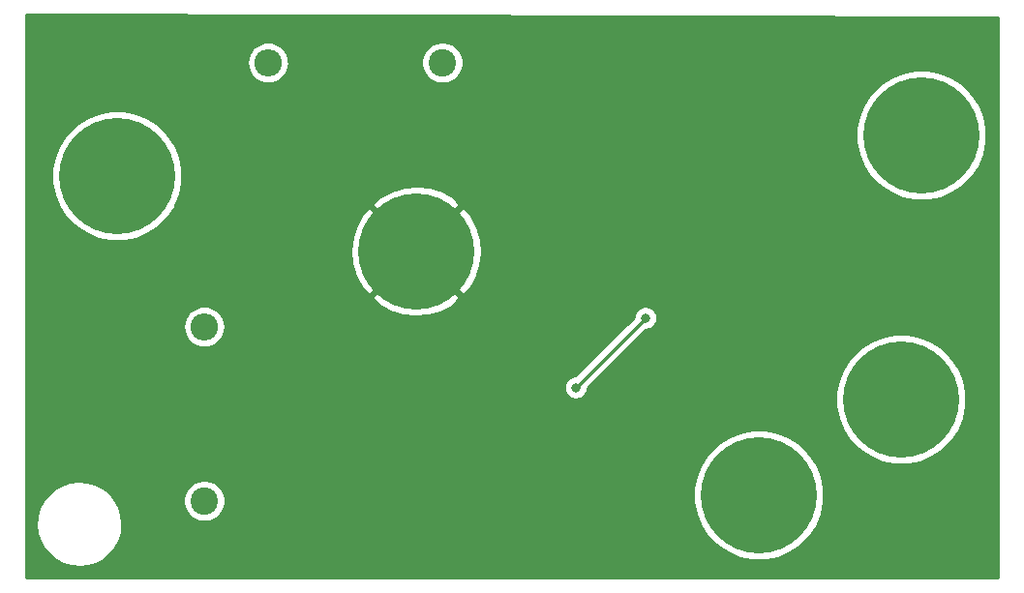
<source format=gbl>
G04 #@! TF.GenerationSoftware,KiCad,Pcbnew,(5.1.0)-1*
G04 #@! TF.CreationDate,2019-06-02T20:16:14+05:30*
G04 #@! TF.ProjectId,OpAmp,4f70416d-702e-46b6-9963-61645f706362,rev?*
G04 #@! TF.SameCoordinates,Original*
G04 #@! TF.FileFunction,Copper,L2,Bot*
G04 #@! TF.FilePolarity,Positive*
%FSLAX46Y46*%
G04 Gerber Fmt 4.6, Leading zero omitted, Abs format (unit mm)*
G04 Created by KiCad (PCBNEW (5.1.0)-1) date 2019-06-02 20:16:14*
%MOMM*%
%LPD*%
G04 APERTURE LIST*
%ADD10C,10.160000*%
%ADD11C,2.400000*%
%ADD12O,2.400000X2.400000*%
%ADD13C,0.800000*%
%ADD14C,0.250000*%
%ADD15C,0.254000*%
G04 APERTURE END LIST*
D10*
X123698000Y-95250000D03*
X97536000Y-88646000D03*
X167894000Y-85090000D03*
X153670000Y-116586000D03*
X166116000Y-108204000D03*
D11*
X125984000Y-78740000D03*
D12*
X110744000Y-78740000D03*
X105156000Y-101854000D03*
D11*
X105156000Y-117094000D03*
D13*
X137668000Y-107188000D03*
X143764000Y-101092000D03*
D14*
X137668000Y-107188000D02*
X138067999Y-106788001D01*
X138067999Y-106788001D02*
X143764000Y-101092000D01*
D15*
G36*
X174600001Y-74826061D02*
G01*
X174600000Y-123800000D01*
X89560000Y-123800000D01*
X89560000Y-119178638D01*
X90464324Y-119178638D01*
X90546341Y-119909836D01*
X90768820Y-120611178D01*
X91123287Y-121255950D01*
X91596239Y-121819593D01*
X92169663Y-122280637D01*
X92821717Y-122621523D01*
X93527564Y-122829265D01*
X94260320Y-122895951D01*
X94992072Y-122819041D01*
X95694950Y-122601464D01*
X96342181Y-122251507D01*
X96909112Y-121782501D01*
X97374149Y-121212310D01*
X97719578Y-120562652D01*
X97932243Y-119858272D01*
X98004043Y-119126000D01*
X98002573Y-119020734D01*
X97910355Y-118290753D01*
X97678106Y-117592585D01*
X97314671Y-116952825D01*
X97280527Y-116913268D01*
X103321000Y-116913268D01*
X103321000Y-117274732D01*
X103391518Y-117629250D01*
X103529844Y-117963199D01*
X103730662Y-118263744D01*
X103986256Y-118519338D01*
X104286801Y-118720156D01*
X104620750Y-118858482D01*
X104975268Y-118929000D01*
X105336732Y-118929000D01*
X105691250Y-118858482D01*
X106025199Y-118720156D01*
X106325744Y-118519338D01*
X106581338Y-118263744D01*
X106782156Y-117963199D01*
X106920482Y-117629250D01*
X106991000Y-117274732D01*
X106991000Y-116913268D01*
X106920482Y-116558750D01*
X106782156Y-116224801D01*
X106647399Y-116023122D01*
X147955000Y-116023122D01*
X147955000Y-117148878D01*
X148174625Y-118253004D01*
X148605433Y-119293067D01*
X149230870Y-120229100D01*
X150026900Y-121025130D01*
X150962933Y-121650567D01*
X152002996Y-122081375D01*
X153107122Y-122301000D01*
X154232878Y-122301000D01*
X155337004Y-122081375D01*
X156377067Y-121650567D01*
X157313100Y-121025130D01*
X158109130Y-120229100D01*
X158734567Y-119293067D01*
X159165375Y-118253004D01*
X159385000Y-117148878D01*
X159385000Y-116023122D01*
X159165375Y-114918996D01*
X158734567Y-113878933D01*
X158109130Y-112942900D01*
X157313100Y-112146870D01*
X156377067Y-111521433D01*
X155337004Y-111090625D01*
X154232878Y-110871000D01*
X153107122Y-110871000D01*
X152002996Y-111090625D01*
X150962933Y-111521433D01*
X150026900Y-112146870D01*
X149230870Y-112942900D01*
X148605433Y-113878933D01*
X148174625Y-114918996D01*
X147955000Y-116023122D01*
X106647399Y-116023122D01*
X106581338Y-115924256D01*
X106325744Y-115668662D01*
X106025199Y-115467844D01*
X105691250Y-115329518D01*
X105336732Y-115259000D01*
X104975268Y-115259000D01*
X104620750Y-115329518D01*
X104286801Y-115467844D01*
X103986256Y-115668662D01*
X103730662Y-115924256D01*
X103529844Y-116224801D01*
X103391518Y-116558750D01*
X103321000Y-116913268D01*
X97280527Y-116913268D01*
X96833895Y-116395841D01*
X96254090Y-115942847D01*
X95597340Y-115611099D01*
X94888661Y-115413232D01*
X94155046Y-115356784D01*
X93424439Y-115443904D01*
X92724667Y-115671273D01*
X92082385Y-116030232D01*
X91522058Y-116507108D01*
X91065028Y-117083737D01*
X90728703Y-117738155D01*
X90525893Y-118445435D01*
X90464324Y-119178638D01*
X89560000Y-119178638D01*
X89560000Y-107086061D01*
X136633000Y-107086061D01*
X136633000Y-107289939D01*
X136672774Y-107489898D01*
X136750795Y-107678256D01*
X136864063Y-107847774D01*
X137008226Y-107991937D01*
X137177744Y-108105205D01*
X137366102Y-108183226D01*
X137566061Y-108223000D01*
X137769939Y-108223000D01*
X137969898Y-108183226D01*
X138158256Y-108105205D01*
X138327774Y-107991937D01*
X138471937Y-107847774D01*
X138585205Y-107678256D01*
X138600586Y-107641122D01*
X160401000Y-107641122D01*
X160401000Y-108766878D01*
X160620625Y-109871004D01*
X161051433Y-110911067D01*
X161676870Y-111847100D01*
X162472900Y-112643130D01*
X163408933Y-113268567D01*
X164448996Y-113699375D01*
X165553122Y-113919000D01*
X166678878Y-113919000D01*
X167783004Y-113699375D01*
X168823067Y-113268567D01*
X169759100Y-112643130D01*
X170555130Y-111847100D01*
X171180567Y-110911067D01*
X171611375Y-109871004D01*
X171831000Y-108766878D01*
X171831000Y-107641122D01*
X171611375Y-106536996D01*
X171180567Y-105496933D01*
X170555130Y-104560900D01*
X169759100Y-103764870D01*
X168823067Y-103139433D01*
X167783004Y-102708625D01*
X166678878Y-102489000D01*
X165553122Y-102489000D01*
X164448996Y-102708625D01*
X163408933Y-103139433D01*
X162472900Y-103764870D01*
X161676870Y-104560900D01*
X161051433Y-105496933D01*
X160620625Y-106536996D01*
X160401000Y-107641122D01*
X138600586Y-107641122D01*
X138663226Y-107489898D01*
X138703000Y-107289939D01*
X138703000Y-107227801D01*
X143803802Y-102127000D01*
X143865939Y-102127000D01*
X144065898Y-102087226D01*
X144254256Y-102009205D01*
X144423774Y-101895937D01*
X144567937Y-101751774D01*
X144681205Y-101582256D01*
X144759226Y-101393898D01*
X144799000Y-101193939D01*
X144799000Y-100990061D01*
X144759226Y-100790102D01*
X144681205Y-100601744D01*
X144567937Y-100432226D01*
X144423774Y-100288063D01*
X144254256Y-100174795D01*
X144065898Y-100096774D01*
X143865939Y-100057000D01*
X143662061Y-100057000D01*
X143462102Y-100096774D01*
X143273744Y-100174795D01*
X143104226Y-100288063D01*
X142960063Y-100432226D01*
X142846795Y-100601744D01*
X142768774Y-100790102D01*
X142729000Y-100990061D01*
X142729000Y-101052198D01*
X137628199Y-106153000D01*
X137566061Y-106153000D01*
X137366102Y-106192774D01*
X137177744Y-106270795D01*
X137008226Y-106384063D01*
X136864063Y-106528226D01*
X136750795Y-106697744D01*
X136672774Y-106886102D01*
X136633000Y-107086061D01*
X89560000Y-107086061D01*
X89560000Y-101854000D01*
X103312122Y-101854000D01*
X103347552Y-102213723D01*
X103452479Y-102559622D01*
X103622871Y-102878404D01*
X103852181Y-103157819D01*
X104131596Y-103387129D01*
X104450378Y-103557521D01*
X104796277Y-103662448D01*
X105065861Y-103689000D01*
X105246139Y-103689000D01*
X105515723Y-103662448D01*
X105861622Y-103557521D01*
X106180404Y-103387129D01*
X106459819Y-103157819D01*
X106689129Y-102878404D01*
X106859521Y-102559622D01*
X106964448Y-102213723D01*
X106999878Y-101854000D01*
X106964448Y-101494277D01*
X106859521Y-101148378D01*
X106689129Y-100829596D01*
X106459819Y-100550181D01*
X106180404Y-100320871D01*
X105861622Y-100150479D01*
X105515723Y-100045552D01*
X105246139Y-100019000D01*
X105065861Y-100019000D01*
X104796277Y-100045552D01*
X104450378Y-100150479D01*
X104131596Y-100320871D01*
X103852181Y-100550181D01*
X103622871Y-100829596D01*
X103452479Y-101148378D01*
X103347552Y-101494277D01*
X103312122Y-101854000D01*
X89560000Y-101854000D01*
X89560000Y-99287196D01*
X119840409Y-99287196D01*
X120426124Y-99969416D01*
X121409704Y-100517045D01*
X122481223Y-100862265D01*
X123599501Y-100991808D01*
X124721565Y-100900697D01*
X125804294Y-100592433D01*
X126806079Y-100078863D01*
X126969876Y-99969416D01*
X127555591Y-99287196D01*
X123698000Y-95429605D01*
X119840409Y-99287196D01*
X89560000Y-99287196D01*
X89560000Y-95151501D01*
X117956192Y-95151501D01*
X118047303Y-96273565D01*
X118355567Y-97356294D01*
X118869137Y-98358079D01*
X118978584Y-98521876D01*
X119660804Y-99107591D01*
X123518395Y-95250000D01*
X123877605Y-95250000D01*
X127735196Y-99107591D01*
X128417416Y-98521876D01*
X128965045Y-97538296D01*
X129310265Y-96466777D01*
X129439808Y-95348499D01*
X129348697Y-94226435D01*
X129040433Y-93143706D01*
X128526863Y-92141921D01*
X128417416Y-91978124D01*
X127735196Y-91392409D01*
X123877605Y-95250000D01*
X123518395Y-95250000D01*
X119660804Y-91392409D01*
X118978584Y-91978124D01*
X118430955Y-92961704D01*
X118085735Y-94033223D01*
X117956192Y-95151501D01*
X89560000Y-95151501D01*
X89560000Y-88083122D01*
X91821000Y-88083122D01*
X91821000Y-89208878D01*
X92040625Y-90313004D01*
X92471433Y-91353067D01*
X93096870Y-92289100D01*
X93892900Y-93085130D01*
X94828933Y-93710567D01*
X95868996Y-94141375D01*
X96973122Y-94361000D01*
X98098878Y-94361000D01*
X99203004Y-94141375D01*
X100243067Y-93710567D01*
X101179100Y-93085130D01*
X101975130Y-92289100D01*
X102600567Y-91353067D01*
X102658665Y-91212804D01*
X119840409Y-91212804D01*
X123698000Y-95070395D01*
X127555591Y-91212804D01*
X126969876Y-90530584D01*
X125986296Y-89982955D01*
X124914777Y-89637735D01*
X123796499Y-89508192D01*
X122674435Y-89599303D01*
X121591706Y-89907567D01*
X120589921Y-90421137D01*
X120426124Y-90530584D01*
X119840409Y-91212804D01*
X102658665Y-91212804D01*
X103031375Y-90313004D01*
X103251000Y-89208878D01*
X103251000Y-88083122D01*
X103031375Y-86978996D01*
X102600567Y-85938933D01*
X101975130Y-85002900D01*
X101499352Y-84527122D01*
X162179000Y-84527122D01*
X162179000Y-85652878D01*
X162398625Y-86757004D01*
X162829433Y-87797067D01*
X163454870Y-88733100D01*
X164250900Y-89529130D01*
X165186933Y-90154567D01*
X166226996Y-90585375D01*
X167331122Y-90805000D01*
X168456878Y-90805000D01*
X169561004Y-90585375D01*
X170601067Y-90154567D01*
X171537100Y-89529130D01*
X172333130Y-88733100D01*
X172958567Y-87797067D01*
X173389375Y-86757004D01*
X173609000Y-85652878D01*
X173609000Y-84527122D01*
X173389375Y-83422996D01*
X172958567Y-82382933D01*
X172333130Y-81446900D01*
X171537100Y-80650870D01*
X170601067Y-80025433D01*
X169561004Y-79594625D01*
X168456878Y-79375000D01*
X167331122Y-79375000D01*
X166226996Y-79594625D01*
X165186933Y-80025433D01*
X164250900Y-80650870D01*
X163454870Y-81446900D01*
X162829433Y-82382933D01*
X162398625Y-83422996D01*
X162179000Y-84527122D01*
X101499352Y-84527122D01*
X101179100Y-84206870D01*
X100243067Y-83581433D01*
X99203004Y-83150625D01*
X98098878Y-82931000D01*
X96973122Y-82931000D01*
X95868996Y-83150625D01*
X94828933Y-83581433D01*
X93892900Y-84206870D01*
X93096870Y-85002900D01*
X92471433Y-85938933D01*
X92040625Y-86978996D01*
X91821000Y-88083122D01*
X89560000Y-88083122D01*
X89560000Y-78740000D01*
X108900122Y-78740000D01*
X108935552Y-79099723D01*
X109040479Y-79445622D01*
X109210871Y-79764404D01*
X109440181Y-80043819D01*
X109719596Y-80273129D01*
X110038378Y-80443521D01*
X110384277Y-80548448D01*
X110653861Y-80575000D01*
X110834139Y-80575000D01*
X111103723Y-80548448D01*
X111449622Y-80443521D01*
X111768404Y-80273129D01*
X112047819Y-80043819D01*
X112277129Y-79764404D01*
X112447521Y-79445622D01*
X112552448Y-79099723D01*
X112587878Y-78740000D01*
X112570078Y-78559268D01*
X124149000Y-78559268D01*
X124149000Y-78920732D01*
X124219518Y-79275250D01*
X124357844Y-79609199D01*
X124558662Y-79909744D01*
X124814256Y-80165338D01*
X125114801Y-80366156D01*
X125448750Y-80504482D01*
X125803268Y-80575000D01*
X126164732Y-80575000D01*
X126519250Y-80504482D01*
X126853199Y-80366156D01*
X127153744Y-80165338D01*
X127409338Y-79909744D01*
X127610156Y-79609199D01*
X127748482Y-79275250D01*
X127819000Y-78920732D01*
X127819000Y-78559268D01*
X127748482Y-78204750D01*
X127610156Y-77870801D01*
X127409338Y-77570256D01*
X127153744Y-77314662D01*
X126853199Y-77113844D01*
X126519250Y-76975518D01*
X126164732Y-76905000D01*
X125803268Y-76905000D01*
X125448750Y-76975518D01*
X125114801Y-77113844D01*
X124814256Y-77314662D01*
X124558662Y-77570256D01*
X124357844Y-77870801D01*
X124219518Y-78204750D01*
X124149000Y-78559268D01*
X112570078Y-78559268D01*
X112552448Y-78380277D01*
X112447521Y-78034378D01*
X112277129Y-77715596D01*
X112047819Y-77436181D01*
X111768404Y-77206871D01*
X111449622Y-77036479D01*
X111103723Y-76931552D01*
X110834139Y-76905000D01*
X110653861Y-76905000D01*
X110384277Y-76931552D01*
X110038378Y-77036479D01*
X109719596Y-77206871D01*
X109440181Y-77436181D01*
X109210871Y-77715596D01*
X109040479Y-78034378D01*
X108935552Y-78380277D01*
X108900122Y-78740000D01*
X89560000Y-78740000D01*
X89560000Y-74575943D01*
X174600001Y-74826061D01*
X174600001Y-74826061D01*
G37*
X174600001Y-74826061D02*
X174600000Y-123800000D01*
X89560000Y-123800000D01*
X89560000Y-119178638D01*
X90464324Y-119178638D01*
X90546341Y-119909836D01*
X90768820Y-120611178D01*
X91123287Y-121255950D01*
X91596239Y-121819593D01*
X92169663Y-122280637D01*
X92821717Y-122621523D01*
X93527564Y-122829265D01*
X94260320Y-122895951D01*
X94992072Y-122819041D01*
X95694950Y-122601464D01*
X96342181Y-122251507D01*
X96909112Y-121782501D01*
X97374149Y-121212310D01*
X97719578Y-120562652D01*
X97932243Y-119858272D01*
X98004043Y-119126000D01*
X98002573Y-119020734D01*
X97910355Y-118290753D01*
X97678106Y-117592585D01*
X97314671Y-116952825D01*
X97280527Y-116913268D01*
X103321000Y-116913268D01*
X103321000Y-117274732D01*
X103391518Y-117629250D01*
X103529844Y-117963199D01*
X103730662Y-118263744D01*
X103986256Y-118519338D01*
X104286801Y-118720156D01*
X104620750Y-118858482D01*
X104975268Y-118929000D01*
X105336732Y-118929000D01*
X105691250Y-118858482D01*
X106025199Y-118720156D01*
X106325744Y-118519338D01*
X106581338Y-118263744D01*
X106782156Y-117963199D01*
X106920482Y-117629250D01*
X106991000Y-117274732D01*
X106991000Y-116913268D01*
X106920482Y-116558750D01*
X106782156Y-116224801D01*
X106647399Y-116023122D01*
X147955000Y-116023122D01*
X147955000Y-117148878D01*
X148174625Y-118253004D01*
X148605433Y-119293067D01*
X149230870Y-120229100D01*
X150026900Y-121025130D01*
X150962933Y-121650567D01*
X152002996Y-122081375D01*
X153107122Y-122301000D01*
X154232878Y-122301000D01*
X155337004Y-122081375D01*
X156377067Y-121650567D01*
X157313100Y-121025130D01*
X158109130Y-120229100D01*
X158734567Y-119293067D01*
X159165375Y-118253004D01*
X159385000Y-117148878D01*
X159385000Y-116023122D01*
X159165375Y-114918996D01*
X158734567Y-113878933D01*
X158109130Y-112942900D01*
X157313100Y-112146870D01*
X156377067Y-111521433D01*
X155337004Y-111090625D01*
X154232878Y-110871000D01*
X153107122Y-110871000D01*
X152002996Y-111090625D01*
X150962933Y-111521433D01*
X150026900Y-112146870D01*
X149230870Y-112942900D01*
X148605433Y-113878933D01*
X148174625Y-114918996D01*
X147955000Y-116023122D01*
X106647399Y-116023122D01*
X106581338Y-115924256D01*
X106325744Y-115668662D01*
X106025199Y-115467844D01*
X105691250Y-115329518D01*
X105336732Y-115259000D01*
X104975268Y-115259000D01*
X104620750Y-115329518D01*
X104286801Y-115467844D01*
X103986256Y-115668662D01*
X103730662Y-115924256D01*
X103529844Y-116224801D01*
X103391518Y-116558750D01*
X103321000Y-116913268D01*
X97280527Y-116913268D01*
X96833895Y-116395841D01*
X96254090Y-115942847D01*
X95597340Y-115611099D01*
X94888661Y-115413232D01*
X94155046Y-115356784D01*
X93424439Y-115443904D01*
X92724667Y-115671273D01*
X92082385Y-116030232D01*
X91522058Y-116507108D01*
X91065028Y-117083737D01*
X90728703Y-117738155D01*
X90525893Y-118445435D01*
X90464324Y-119178638D01*
X89560000Y-119178638D01*
X89560000Y-107086061D01*
X136633000Y-107086061D01*
X136633000Y-107289939D01*
X136672774Y-107489898D01*
X136750795Y-107678256D01*
X136864063Y-107847774D01*
X137008226Y-107991937D01*
X137177744Y-108105205D01*
X137366102Y-108183226D01*
X137566061Y-108223000D01*
X137769939Y-108223000D01*
X137969898Y-108183226D01*
X138158256Y-108105205D01*
X138327774Y-107991937D01*
X138471937Y-107847774D01*
X138585205Y-107678256D01*
X138600586Y-107641122D01*
X160401000Y-107641122D01*
X160401000Y-108766878D01*
X160620625Y-109871004D01*
X161051433Y-110911067D01*
X161676870Y-111847100D01*
X162472900Y-112643130D01*
X163408933Y-113268567D01*
X164448996Y-113699375D01*
X165553122Y-113919000D01*
X166678878Y-113919000D01*
X167783004Y-113699375D01*
X168823067Y-113268567D01*
X169759100Y-112643130D01*
X170555130Y-111847100D01*
X171180567Y-110911067D01*
X171611375Y-109871004D01*
X171831000Y-108766878D01*
X171831000Y-107641122D01*
X171611375Y-106536996D01*
X171180567Y-105496933D01*
X170555130Y-104560900D01*
X169759100Y-103764870D01*
X168823067Y-103139433D01*
X167783004Y-102708625D01*
X166678878Y-102489000D01*
X165553122Y-102489000D01*
X164448996Y-102708625D01*
X163408933Y-103139433D01*
X162472900Y-103764870D01*
X161676870Y-104560900D01*
X161051433Y-105496933D01*
X160620625Y-106536996D01*
X160401000Y-107641122D01*
X138600586Y-107641122D01*
X138663226Y-107489898D01*
X138703000Y-107289939D01*
X138703000Y-107227801D01*
X143803802Y-102127000D01*
X143865939Y-102127000D01*
X144065898Y-102087226D01*
X144254256Y-102009205D01*
X144423774Y-101895937D01*
X144567937Y-101751774D01*
X144681205Y-101582256D01*
X144759226Y-101393898D01*
X144799000Y-101193939D01*
X144799000Y-100990061D01*
X144759226Y-100790102D01*
X144681205Y-100601744D01*
X144567937Y-100432226D01*
X144423774Y-100288063D01*
X144254256Y-100174795D01*
X144065898Y-100096774D01*
X143865939Y-100057000D01*
X143662061Y-100057000D01*
X143462102Y-100096774D01*
X143273744Y-100174795D01*
X143104226Y-100288063D01*
X142960063Y-100432226D01*
X142846795Y-100601744D01*
X142768774Y-100790102D01*
X142729000Y-100990061D01*
X142729000Y-101052198D01*
X137628199Y-106153000D01*
X137566061Y-106153000D01*
X137366102Y-106192774D01*
X137177744Y-106270795D01*
X137008226Y-106384063D01*
X136864063Y-106528226D01*
X136750795Y-106697744D01*
X136672774Y-106886102D01*
X136633000Y-107086061D01*
X89560000Y-107086061D01*
X89560000Y-101854000D01*
X103312122Y-101854000D01*
X103347552Y-102213723D01*
X103452479Y-102559622D01*
X103622871Y-102878404D01*
X103852181Y-103157819D01*
X104131596Y-103387129D01*
X104450378Y-103557521D01*
X104796277Y-103662448D01*
X105065861Y-103689000D01*
X105246139Y-103689000D01*
X105515723Y-103662448D01*
X105861622Y-103557521D01*
X106180404Y-103387129D01*
X106459819Y-103157819D01*
X106689129Y-102878404D01*
X106859521Y-102559622D01*
X106964448Y-102213723D01*
X106999878Y-101854000D01*
X106964448Y-101494277D01*
X106859521Y-101148378D01*
X106689129Y-100829596D01*
X106459819Y-100550181D01*
X106180404Y-100320871D01*
X105861622Y-100150479D01*
X105515723Y-100045552D01*
X105246139Y-100019000D01*
X105065861Y-100019000D01*
X104796277Y-100045552D01*
X104450378Y-100150479D01*
X104131596Y-100320871D01*
X103852181Y-100550181D01*
X103622871Y-100829596D01*
X103452479Y-101148378D01*
X103347552Y-101494277D01*
X103312122Y-101854000D01*
X89560000Y-101854000D01*
X89560000Y-99287196D01*
X119840409Y-99287196D01*
X120426124Y-99969416D01*
X121409704Y-100517045D01*
X122481223Y-100862265D01*
X123599501Y-100991808D01*
X124721565Y-100900697D01*
X125804294Y-100592433D01*
X126806079Y-100078863D01*
X126969876Y-99969416D01*
X127555591Y-99287196D01*
X123698000Y-95429605D01*
X119840409Y-99287196D01*
X89560000Y-99287196D01*
X89560000Y-95151501D01*
X117956192Y-95151501D01*
X118047303Y-96273565D01*
X118355567Y-97356294D01*
X118869137Y-98358079D01*
X118978584Y-98521876D01*
X119660804Y-99107591D01*
X123518395Y-95250000D01*
X123877605Y-95250000D01*
X127735196Y-99107591D01*
X128417416Y-98521876D01*
X128965045Y-97538296D01*
X129310265Y-96466777D01*
X129439808Y-95348499D01*
X129348697Y-94226435D01*
X129040433Y-93143706D01*
X128526863Y-92141921D01*
X128417416Y-91978124D01*
X127735196Y-91392409D01*
X123877605Y-95250000D01*
X123518395Y-95250000D01*
X119660804Y-91392409D01*
X118978584Y-91978124D01*
X118430955Y-92961704D01*
X118085735Y-94033223D01*
X117956192Y-95151501D01*
X89560000Y-95151501D01*
X89560000Y-88083122D01*
X91821000Y-88083122D01*
X91821000Y-89208878D01*
X92040625Y-90313004D01*
X92471433Y-91353067D01*
X93096870Y-92289100D01*
X93892900Y-93085130D01*
X94828933Y-93710567D01*
X95868996Y-94141375D01*
X96973122Y-94361000D01*
X98098878Y-94361000D01*
X99203004Y-94141375D01*
X100243067Y-93710567D01*
X101179100Y-93085130D01*
X101975130Y-92289100D01*
X102600567Y-91353067D01*
X102658665Y-91212804D01*
X119840409Y-91212804D01*
X123698000Y-95070395D01*
X127555591Y-91212804D01*
X126969876Y-90530584D01*
X125986296Y-89982955D01*
X124914777Y-89637735D01*
X123796499Y-89508192D01*
X122674435Y-89599303D01*
X121591706Y-89907567D01*
X120589921Y-90421137D01*
X120426124Y-90530584D01*
X119840409Y-91212804D01*
X102658665Y-91212804D01*
X103031375Y-90313004D01*
X103251000Y-89208878D01*
X103251000Y-88083122D01*
X103031375Y-86978996D01*
X102600567Y-85938933D01*
X101975130Y-85002900D01*
X101499352Y-84527122D01*
X162179000Y-84527122D01*
X162179000Y-85652878D01*
X162398625Y-86757004D01*
X162829433Y-87797067D01*
X163454870Y-88733100D01*
X164250900Y-89529130D01*
X165186933Y-90154567D01*
X166226996Y-90585375D01*
X167331122Y-90805000D01*
X168456878Y-90805000D01*
X169561004Y-90585375D01*
X170601067Y-90154567D01*
X171537100Y-89529130D01*
X172333130Y-88733100D01*
X172958567Y-87797067D01*
X173389375Y-86757004D01*
X173609000Y-85652878D01*
X173609000Y-84527122D01*
X173389375Y-83422996D01*
X172958567Y-82382933D01*
X172333130Y-81446900D01*
X171537100Y-80650870D01*
X170601067Y-80025433D01*
X169561004Y-79594625D01*
X168456878Y-79375000D01*
X167331122Y-79375000D01*
X166226996Y-79594625D01*
X165186933Y-80025433D01*
X164250900Y-80650870D01*
X163454870Y-81446900D01*
X162829433Y-82382933D01*
X162398625Y-83422996D01*
X162179000Y-84527122D01*
X101499352Y-84527122D01*
X101179100Y-84206870D01*
X100243067Y-83581433D01*
X99203004Y-83150625D01*
X98098878Y-82931000D01*
X96973122Y-82931000D01*
X95868996Y-83150625D01*
X94828933Y-83581433D01*
X93892900Y-84206870D01*
X93096870Y-85002900D01*
X92471433Y-85938933D01*
X92040625Y-86978996D01*
X91821000Y-88083122D01*
X89560000Y-88083122D01*
X89560000Y-78740000D01*
X108900122Y-78740000D01*
X108935552Y-79099723D01*
X109040479Y-79445622D01*
X109210871Y-79764404D01*
X109440181Y-80043819D01*
X109719596Y-80273129D01*
X110038378Y-80443521D01*
X110384277Y-80548448D01*
X110653861Y-80575000D01*
X110834139Y-80575000D01*
X111103723Y-80548448D01*
X111449622Y-80443521D01*
X111768404Y-80273129D01*
X112047819Y-80043819D01*
X112277129Y-79764404D01*
X112447521Y-79445622D01*
X112552448Y-79099723D01*
X112587878Y-78740000D01*
X112570078Y-78559268D01*
X124149000Y-78559268D01*
X124149000Y-78920732D01*
X124219518Y-79275250D01*
X124357844Y-79609199D01*
X124558662Y-79909744D01*
X124814256Y-80165338D01*
X125114801Y-80366156D01*
X125448750Y-80504482D01*
X125803268Y-80575000D01*
X126164732Y-80575000D01*
X126519250Y-80504482D01*
X126853199Y-80366156D01*
X127153744Y-80165338D01*
X127409338Y-79909744D01*
X127610156Y-79609199D01*
X127748482Y-79275250D01*
X127819000Y-78920732D01*
X127819000Y-78559268D01*
X127748482Y-78204750D01*
X127610156Y-77870801D01*
X127409338Y-77570256D01*
X127153744Y-77314662D01*
X126853199Y-77113844D01*
X126519250Y-76975518D01*
X126164732Y-76905000D01*
X125803268Y-76905000D01*
X125448750Y-76975518D01*
X125114801Y-77113844D01*
X124814256Y-77314662D01*
X124558662Y-77570256D01*
X124357844Y-77870801D01*
X124219518Y-78204750D01*
X124149000Y-78559268D01*
X112570078Y-78559268D01*
X112552448Y-78380277D01*
X112447521Y-78034378D01*
X112277129Y-77715596D01*
X112047819Y-77436181D01*
X111768404Y-77206871D01*
X111449622Y-77036479D01*
X111103723Y-76931552D01*
X110834139Y-76905000D01*
X110653861Y-76905000D01*
X110384277Y-76931552D01*
X110038378Y-77036479D01*
X109719596Y-77206871D01*
X109440181Y-77436181D01*
X109210871Y-77715596D01*
X109040479Y-78034378D01*
X108935552Y-78380277D01*
X108900122Y-78740000D01*
X89560000Y-78740000D01*
X89560000Y-74575943D01*
X174600001Y-74826061D01*
M02*

</source>
